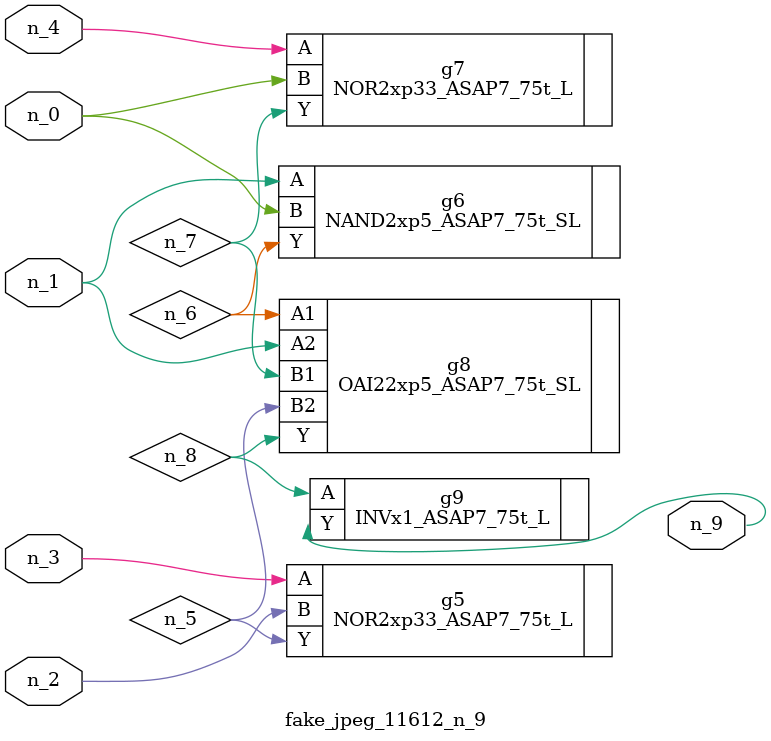
<source format=v>
module fake_jpeg_11612_n_9 (n_3, n_2, n_1, n_0, n_4, n_9);

input n_3;
input n_2;
input n_1;
input n_0;
input n_4;

output n_9;

wire n_8;
wire n_6;
wire n_5;
wire n_7;

NOR2xp33_ASAP7_75t_L g5 ( 
.A(n_3),
.B(n_2),
.Y(n_5)
);

NAND2xp5_ASAP7_75t_SL g6 ( 
.A(n_1),
.B(n_0),
.Y(n_6)
);

NOR2xp33_ASAP7_75t_L g7 ( 
.A(n_4),
.B(n_0),
.Y(n_7)
);

OAI22xp5_ASAP7_75t_SL g8 ( 
.A1(n_6),
.A2(n_1),
.B1(n_7),
.B2(n_5),
.Y(n_8)
);

INVx1_ASAP7_75t_L g9 ( 
.A(n_8),
.Y(n_9)
);


endmodule
</source>
